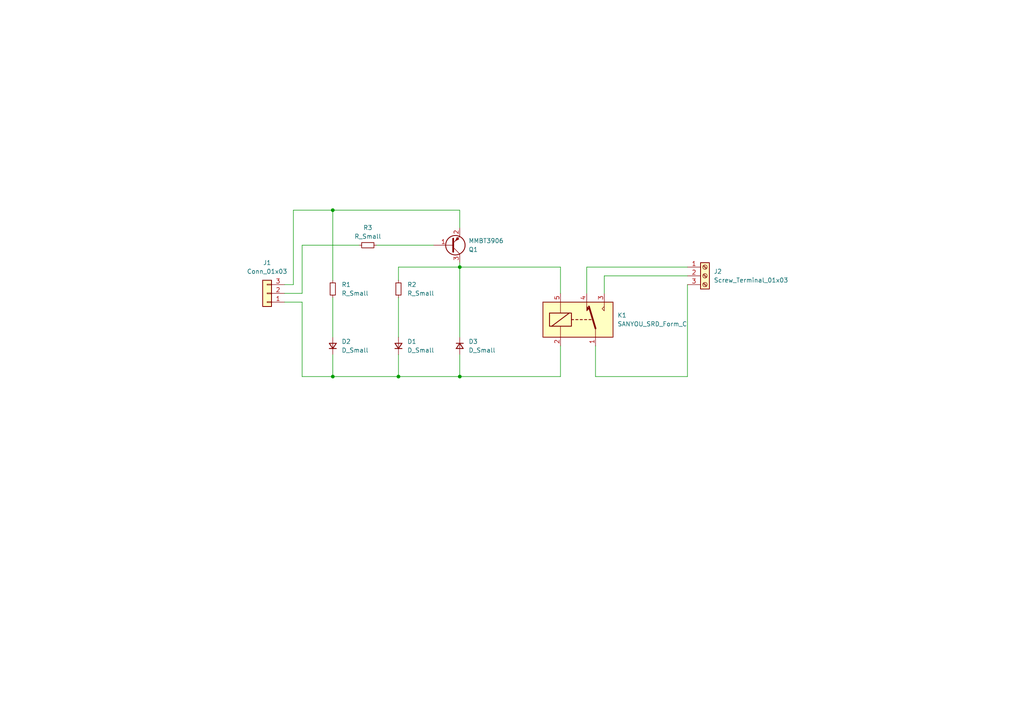
<source format=kicad_sch>
(kicad_sch
	(version 20231120)
	(generator "eeschema")
	(generator_version "8.0")
	(uuid "b707c836-9f69-43b8-948c-c793eb843a52")
	(paper "A4")
	(lib_symbols
		(symbol "Connector:Screw_Terminal_01x03"
			(pin_names
				(offset 1.016) hide)
			(exclude_from_sim no)
			(in_bom yes)
			(on_board yes)
			(property "Reference" "J"
				(at 0 5.08 0)
				(effects
					(font
						(size 1.27 1.27)
					)
				)
			)
			(property "Value" "Screw_Terminal_01x03"
				(at 0 -5.08 0)
				(effects
					(font
						(size 1.27 1.27)
					)
				)
			)
			(property "Footprint" ""
				(at 0 0 0)
				(effects
					(font
						(size 1.27 1.27)
					)
					(hide yes)
				)
			)
			(property "Datasheet" "~"
				(at 0 0 0)
				(effects
					(font
						(size 1.27 1.27)
					)
					(hide yes)
				)
			)
			(property "Description" "Generic screw terminal, single row, 01x03, script generated (kicad-library-utils/schlib/autogen/connector/)"
				(at 0 0 0)
				(effects
					(font
						(size 1.27 1.27)
					)
					(hide yes)
				)
			)
			(property "ki_keywords" "screw terminal"
				(at 0 0 0)
				(effects
					(font
						(size 1.27 1.27)
					)
					(hide yes)
				)
			)
			(property "ki_fp_filters" "TerminalBlock*:*"
				(at 0 0 0)
				(effects
					(font
						(size 1.27 1.27)
					)
					(hide yes)
				)
			)
			(symbol "Screw_Terminal_01x03_1_1"
				(rectangle
					(start -1.27 3.81)
					(end 1.27 -3.81)
					(stroke
						(width 0.254)
						(type default)
					)
					(fill
						(type background)
					)
				)
				(circle
					(center 0 -2.54)
					(radius 0.635)
					(stroke
						(width 0.1524)
						(type default)
					)
					(fill
						(type none)
					)
				)
				(polyline
					(pts
						(xy -0.5334 -2.2098) (xy 0.3302 -3.048)
					)
					(stroke
						(width 0.1524)
						(type default)
					)
					(fill
						(type none)
					)
				)
				(polyline
					(pts
						(xy -0.5334 0.3302) (xy 0.3302 -0.508)
					)
					(stroke
						(width 0.1524)
						(type default)
					)
					(fill
						(type none)
					)
				)
				(polyline
					(pts
						(xy -0.5334 2.8702) (xy 0.3302 2.032)
					)
					(stroke
						(width 0.1524)
						(type default)
					)
					(fill
						(type none)
					)
				)
				(polyline
					(pts
						(xy -0.3556 -2.032) (xy 0.508 -2.8702)
					)
					(stroke
						(width 0.1524)
						(type default)
					)
					(fill
						(type none)
					)
				)
				(polyline
					(pts
						(xy -0.3556 0.508) (xy 0.508 -0.3302)
					)
					(stroke
						(width 0.1524)
						(type default)
					)
					(fill
						(type none)
					)
				)
				(polyline
					(pts
						(xy -0.3556 3.048) (xy 0.508 2.2098)
					)
					(stroke
						(width 0.1524)
						(type default)
					)
					(fill
						(type none)
					)
				)
				(circle
					(center 0 0)
					(radius 0.635)
					(stroke
						(width 0.1524)
						(type default)
					)
					(fill
						(type none)
					)
				)
				(circle
					(center 0 2.54)
					(radius 0.635)
					(stroke
						(width 0.1524)
						(type default)
					)
					(fill
						(type none)
					)
				)
				(pin passive line
					(at -5.08 2.54 0)
					(length 3.81)
					(name "Pin_1"
						(effects
							(font
								(size 1.27 1.27)
							)
						)
					)
					(number "1"
						(effects
							(font
								(size 1.27 1.27)
							)
						)
					)
				)
				(pin passive line
					(at -5.08 0 0)
					(length 3.81)
					(name "Pin_2"
						(effects
							(font
								(size 1.27 1.27)
							)
						)
					)
					(number "2"
						(effects
							(font
								(size 1.27 1.27)
							)
						)
					)
				)
				(pin passive line
					(at -5.08 -2.54 0)
					(length 3.81)
					(name "Pin_3"
						(effects
							(font
								(size 1.27 1.27)
							)
						)
					)
					(number "3"
						(effects
							(font
								(size 1.27 1.27)
							)
						)
					)
				)
			)
		)
		(symbol "Connector_Generic:Conn_01x03"
			(pin_names
				(offset 1.016) hide)
			(exclude_from_sim no)
			(in_bom yes)
			(on_board yes)
			(property "Reference" "J"
				(at 0 5.08 0)
				(effects
					(font
						(size 1.27 1.27)
					)
				)
			)
			(property "Value" "Conn_01x03"
				(at 0 -5.08 0)
				(effects
					(font
						(size 1.27 1.27)
					)
				)
			)
			(property "Footprint" ""
				(at 0 0 0)
				(effects
					(font
						(size 1.27 1.27)
					)
					(hide yes)
				)
			)
			(property "Datasheet" "~"
				(at 0 0 0)
				(effects
					(font
						(size 1.27 1.27)
					)
					(hide yes)
				)
			)
			(property "Description" "Generic connector, single row, 01x03, script generated (kicad-library-utils/schlib/autogen/connector/)"
				(at 0 0 0)
				(effects
					(font
						(size 1.27 1.27)
					)
					(hide yes)
				)
			)
			(property "ki_keywords" "connector"
				(at 0 0 0)
				(effects
					(font
						(size 1.27 1.27)
					)
					(hide yes)
				)
			)
			(property "ki_fp_filters" "Connector*:*_1x??_*"
				(at 0 0 0)
				(effects
					(font
						(size 1.27 1.27)
					)
					(hide yes)
				)
			)
			(symbol "Conn_01x03_1_1"
				(rectangle
					(start -1.27 -2.413)
					(end 0 -2.667)
					(stroke
						(width 0.1524)
						(type default)
					)
					(fill
						(type none)
					)
				)
				(rectangle
					(start -1.27 0.127)
					(end 0 -0.127)
					(stroke
						(width 0.1524)
						(type default)
					)
					(fill
						(type none)
					)
				)
				(rectangle
					(start -1.27 2.667)
					(end 0 2.413)
					(stroke
						(width 0.1524)
						(type default)
					)
					(fill
						(type none)
					)
				)
				(rectangle
					(start -1.27 3.81)
					(end 1.27 -3.81)
					(stroke
						(width 0.254)
						(type default)
					)
					(fill
						(type background)
					)
				)
				(pin passive line
					(at -5.08 2.54 0)
					(length 3.81)
					(name "Pin_1"
						(effects
							(font
								(size 1.27 1.27)
							)
						)
					)
					(number "1"
						(effects
							(font
								(size 1.27 1.27)
							)
						)
					)
				)
				(pin passive line
					(at -5.08 0 0)
					(length 3.81)
					(name "Pin_2"
						(effects
							(font
								(size 1.27 1.27)
							)
						)
					)
					(number "2"
						(effects
							(font
								(size 1.27 1.27)
							)
						)
					)
				)
				(pin passive line
					(at -5.08 -2.54 0)
					(length 3.81)
					(name "Pin_3"
						(effects
							(font
								(size 1.27 1.27)
							)
						)
					)
					(number "3"
						(effects
							(font
								(size 1.27 1.27)
							)
						)
					)
				)
			)
		)
		(symbol "Device:D_Small"
			(pin_numbers hide)
			(pin_names
				(offset 0.254) hide)
			(exclude_from_sim no)
			(in_bom yes)
			(on_board yes)
			(property "Reference" "D"
				(at -1.27 2.032 0)
				(effects
					(font
						(size 1.27 1.27)
					)
					(justify left)
				)
			)
			(property "Value" "D_Small"
				(at -3.81 -2.032 0)
				(effects
					(font
						(size 1.27 1.27)
					)
					(justify left)
				)
			)
			(property "Footprint" ""
				(at 0 0 90)
				(effects
					(font
						(size 1.27 1.27)
					)
					(hide yes)
				)
			)
			(property "Datasheet" "~"
				(at 0 0 90)
				(effects
					(font
						(size 1.27 1.27)
					)
					(hide yes)
				)
			)
			(property "Description" "Diode, small symbol"
				(at 0 0 0)
				(effects
					(font
						(size 1.27 1.27)
					)
					(hide yes)
				)
			)
			(property "Sim.Device" "D"
				(at 0 0 0)
				(effects
					(font
						(size 1.27 1.27)
					)
					(hide yes)
				)
			)
			(property "Sim.Pins" "1=K 2=A"
				(at 0 0 0)
				(effects
					(font
						(size 1.27 1.27)
					)
					(hide yes)
				)
			)
			(property "ki_keywords" "diode"
				(at 0 0 0)
				(effects
					(font
						(size 1.27 1.27)
					)
					(hide yes)
				)
			)
			(property "ki_fp_filters" "TO-???* *_Diode_* *SingleDiode* D_*"
				(at 0 0 0)
				(effects
					(font
						(size 1.27 1.27)
					)
					(hide yes)
				)
			)
			(symbol "D_Small_0_1"
				(polyline
					(pts
						(xy -0.762 -1.016) (xy -0.762 1.016)
					)
					(stroke
						(width 0.254)
						(type default)
					)
					(fill
						(type none)
					)
				)
				(polyline
					(pts
						(xy -0.762 0) (xy 0.762 0)
					)
					(stroke
						(width 0)
						(type default)
					)
					(fill
						(type none)
					)
				)
				(polyline
					(pts
						(xy 0.762 -1.016) (xy -0.762 0) (xy 0.762 1.016) (xy 0.762 -1.016)
					)
					(stroke
						(width 0.254)
						(type default)
					)
					(fill
						(type none)
					)
				)
			)
			(symbol "D_Small_1_1"
				(pin passive line
					(at -2.54 0 0)
					(length 1.778)
					(name "K"
						(effects
							(font
								(size 1.27 1.27)
							)
						)
					)
					(number "1"
						(effects
							(font
								(size 1.27 1.27)
							)
						)
					)
				)
				(pin passive line
					(at 2.54 0 180)
					(length 1.778)
					(name "A"
						(effects
							(font
								(size 1.27 1.27)
							)
						)
					)
					(number "2"
						(effects
							(font
								(size 1.27 1.27)
							)
						)
					)
				)
			)
		)
		(symbol "Device:R_Small"
			(pin_numbers hide)
			(pin_names
				(offset 0.254) hide)
			(exclude_from_sim no)
			(in_bom yes)
			(on_board yes)
			(property "Reference" "R"
				(at 0.762 0.508 0)
				(effects
					(font
						(size 1.27 1.27)
					)
					(justify left)
				)
			)
			(property "Value" "R_Small"
				(at 0.762 -1.016 0)
				(effects
					(font
						(size 1.27 1.27)
					)
					(justify left)
				)
			)
			(property "Footprint" ""
				(at 0 0 0)
				(effects
					(font
						(size 1.27 1.27)
					)
					(hide yes)
				)
			)
			(property "Datasheet" "~"
				(at 0 0 0)
				(effects
					(font
						(size 1.27 1.27)
					)
					(hide yes)
				)
			)
			(property "Description" "Resistor, small symbol"
				(at 0 0 0)
				(effects
					(font
						(size 1.27 1.27)
					)
					(hide yes)
				)
			)
			(property "ki_keywords" "R resistor"
				(at 0 0 0)
				(effects
					(font
						(size 1.27 1.27)
					)
					(hide yes)
				)
			)
			(property "ki_fp_filters" "R_*"
				(at 0 0 0)
				(effects
					(font
						(size 1.27 1.27)
					)
					(hide yes)
				)
			)
			(symbol "R_Small_0_1"
				(rectangle
					(start -0.762 1.778)
					(end 0.762 -1.778)
					(stroke
						(width 0.2032)
						(type default)
					)
					(fill
						(type none)
					)
				)
			)
			(symbol "R_Small_1_1"
				(pin passive line
					(at 0 2.54 270)
					(length 0.762)
					(name "~"
						(effects
							(font
								(size 1.27 1.27)
							)
						)
					)
					(number "1"
						(effects
							(font
								(size 1.27 1.27)
							)
						)
					)
				)
				(pin passive line
					(at 0 -2.54 90)
					(length 0.762)
					(name "~"
						(effects
							(font
								(size 1.27 1.27)
							)
						)
					)
					(number "2"
						(effects
							(font
								(size 1.27 1.27)
							)
						)
					)
				)
			)
		)
		(symbol "Relay:SANYOU_SRD_Form_C"
			(exclude_from_sim no)
			(in_bom yes)
			(on_board yes)
			(property "Reference" "K"
				(at 11.43 3.81 0)
				(effects
					(font
						(size 1.27 1.27)
					)
					(justify left)
				)
			)
			(property "Value" "SANYOU_SRD_Form_C"
				(at 11.43 1.27 0)
				(effects
					(font
						(size 1.27 1.27)
					)
					(justify left)
				)
			)
			(property "Footprint" "Relay_THT:Relay_SPDT_SANYOU_SRD_Series_Form_C"
				(at 11.43 -1.27 0)
				(effects
					(font
						(size 1.27 1.27)
					)
					(justify left)
					(hide yes)
				)
			)
			(property "Datasheet" "http://www.sanyourelay.ca/public/products/pdf/SRD.pdf"
				(at 0 0 0)
				(effects
					(font
						(size 1.27 1.27)
					)
					(hide yes)
				)
			)
			(property "Description" "Sanyo SRD relay, Single Pole Miniature Power Relay,"
				(at 0 0 0)
				(effects
					(font
						(size 1.27 1.27)
					)
					(hide yes)
				)
			)
			(property "ki_keywords" "Single Pole Relay SPDT"
				(at 0 0 0)
				(effects
					(font
						(size 1.27 1.27)
					)
					(hide yes)
				)
			)
			(property "ki_fp_filters" "Relay*SPDT*SANYOU*SRD*Series*Form*C*"
				(at 0 0 0)
				(effects
					(font
						(size 1.27 1.27)
					)
					(hide yes)
				)
			)
			(symbol "SANYOU_SRD_Form_C_0_0"
				(polyline
					(pts
						(xy 7.62 5.08) (xy 7.62 2.54) (xy 6.985 3.175) (xy 7.62 3.81)
					)
					(stroke
						(width 0)
						(type default)
					)
					(fill
						(type none)
					)
				)
			)
			(symbol "SANYOU_SRD_Form_C_0_1"
				(rectangle
					(start -10.16 5.08)
					(end 10.16 -5.08)
					(stroke
						(width 0.254)
						(type default)
					)
					(fill
						(type background)
					)
				)
				(rectangle
					(start -8.255 1.905)
					(end -1.905 -1.905)
					(stroke
						(width 0.254)
						(type default)
					)
					(fill
						(type none)
					)
				)
				(polyline
					(pts
						(xy -7.62 -1.905) (xy -2.54 1.905)
					)
					(stroke
						(width 0.254)
						(type default)
					)
					(fill
						(type none)
					)
				)
				(polyline
					(pts
						(xy -5.08 -5.08) (xy -5.08 -1.905)
					)
					(stroke
						(width 0)
						(type default)
					)
					(fill
						(type none)
					)
				)
				(polyline
					(pts
						(xy -5.08 5.08) (xy -5.08 1.905)
					)
					(stroke
						(width 0)
						(type default)
					)
					(fill
						(type none)
					)
				)
				(polyline
					(pts
						(xy -1.905 0) (xy -1.27 0)
					)
					(stroke
						(width 0.254)
						(type default)
					)
					(fill
						(type none)
					)
				)
				(polyline
					(pts
						(xy -0.635 0) (xy 0 0)
					)
					(stroke
						(width 0.254)
						(type default)
					)
					(fill
						(type none)
					)
				)
				(polyline
					(pts
						(xy 0.635 0) (xy 1.27 0)
					)
					(stroke
						(width 0.254)
						(type default)
					)
					(fill
						(type none)
					)
				)
				(polyline
					(pts
						(xy 1.905 0) (xy 2.54 0)
					)
					(stroke
						(width 0.254)
						(type default)
					)
					(fill
						(type none)
					)
				)
				(polyline
					(pts
						(xy 3.175 0) (xy 3.81 0)
					)
					(stroke
						(width 0.254)
						(type default)
					)
					(fill
						(type none)
					)
				)
				(polyline
					(pts
						(xy 5.08 -2.54) (xy 3.175 3.81)
					)
					(stroke
						(width 0.508)
						(type default)
					)
					(fill
						(type none)
					)
				)
				(polyline
					(pts
						(xy 5.08 -2.54) (xy 5.08 -5.08)
					)
					(stroke
						(width 0)
						(type default)
					)
					(fill
						(type none)
					)
				)
			)
			(symbol "SANYOU_SRD_Form_C_1_1"
				(polyline
					(pts
						(xy 2.54 3.81) (xy 3.175 3.175) (xy 2.54 2.54) (xy 2.54 5.08)
					)
					(stroke
						(width 0)
						(type default)
					)
					(fill
						(type outline)
					)
				)
				(pin passive line
					(at 5.08 -7.62 90)
					(length 2.54)
					(name "~"
						(effects
							(font
								(size 1.27 1.27)
							)
						)
					)
					(number "1"
						(effects
							(font
								(size 1.27 1.27)
							)
						)
					)
				)
				(pin passive line
					(at -5.08 -7.62 90)
					(length 2.54)
					(name "~"
						(effects
							(font
								(size 1.27 1.27)
							)
						)
					)
					(number "2"
						(effects
							(font
								(size 1.27 1.27)
							)
						)
					)
				)
				(pin passive line
					(at 7.62 7.62 270)
					(length 2.54)
					(name "~"
						(effects
							(font
								(size 1.27 1.27)
							)
						)
					)
					(number "3"
						(effects
							(font
								(size 1.27 1.27)
							)
						)
					)
				)
				(pin passive line
					(at 2.54 7.62 270)
					(length 2.54)
					(name "~"
						(effects
							(font
								(size 1.27 1.27)
							)
						)
					)
					(number "4"
						(effects
							(font
								(size 1.27 1.27)
							)
						)
					)
				)
				(pin passive line
					(at -5.08 7.62 270)
					(length 2.54)
					(name "~"
						(effects
							(font
								(size 1.27 1.27)
							)
						)
					)
					(number "5"
						(effects
							(font
								(size 1.27 1.27)
							)
						)
					)
				)
			)
		)
		(symbol "Transistor_BJT:MMBT3906"
			(pin_names
				(offset 0) hide)
			(exclude_from_sim no)
			(in_bom yes)
			(on_board yes)
			(property "Reference" "Q"
				(at 5.08 1.905 0)
				(effects
					(font
						(size 1.27 1.27)
					)
					(justify left)
				)
			)
			(property "Value" "MMBT3906"
				(at 5.08 0 0)
				(effects
					(font
						(size 1.27 1.27)
					)
					(justify left)
				)
			)
			(property "Footprint" "Package_TO_SOT_SMD:SOT-23"
				(at 5.08 -1.905 0)
				(effects
					(font
						(size 1.27 1.27)
						(italic yes)
					)
					(justify left)
					(hide yes)
				)
			)
			(property "Datasheet" "https://www.onsemi.com/pdf/datasheet/pzt3906-d.pdf"
				(at 0 0 0)
				(effects
					(font
						(size 1.27 1.27)
					)
					(justify left)
					(hide yes)
				)
			)
			(property "Description" "-0.2A Ic, -40V Vce, Small Signal PNP Transistor, SOT-23"
				(at 0 0 0)
				(effects
					(font
						(size 1.27 1.27)
					)
					(hide yes)
				)
			)
			(property "ki_keywords" "PNP Transistor"
				(at 0 0 0)
				(effects
					(font
						(size 1.27 1.27)
					)
					(hide yes)
				)
			)
			(property "ki_fp_filters" "SOT?23*"
				(at 0 0 0)
				(effects
					(font
						(size 1.27 1.27)
					)
					(hide yes)
				)
			)
			(symbol "MMBT3906_0_1"
				(polyline
					(pts
						(xy 0.635 0.635) (xy 2.54 2.54)
					)
					(stroke
						(width 0)
						(type default)
					)
					(fill
						(type none)
					)
				)
				(polyline
					(pts
						(xy 0.635 -0.635) (xy 2.54 -2.54) (xy 2.54 -2.54)
					)
					(stroke
						(width 0)
						(type default)
					)
					(fill
						(type none)
					)
				)
				(polyline
					(pts
						(xy 0.635 1.905) (xy 0.635 -1.905) (xy 0.635 -1.905)
					)
					(stroke
						(width 0.508)
						(type default)
					)
					(fill
						(type none)
					)
				)
				(polyline
					(pts
						(xy 2.286 -1.778) (xy 1.778 -2.286) (xy 1.27 -1.27) (xy 2.286 -1.778) (xy 2.286 -1.778)
					)
					(stroke
						(width 0)
						(type default)
					)
					(fill
						(type outline)
					)
				)
				(circle
					(center 1.27 0)
					(radius 2.8194)
					(stroke
						(width 0.254)
						(type default)
					)
					(fill
						(type none)
					)
				)
			)
			(symbol "MMBT3906_1_1"
				(pin input line
					(at -5.08 0 0)
					(length 5.715)
					(name "B"
						(effects
							(font
								(size 1.27 1.27)
							)
						)
					)
					(number "1"
						(effects
							(font
								(size 1.27 1.27)
							)
						)
					)
				)
				(pin passive line
					(at 2.54 -5.08 90)
					(length 2.54)
					(name "E"
						(effects
							(font
								(size 1.27 1.27)
							)
						)
					)
					(number "2"
						(effects
							(font
								(size 1.27 1.27)
							)
						)
					)
				)
				(pin passive line
					(at 2.54 5.08 270)
					(length 2.54)
					(name "C"
						(effects
							(font
								(size 1.27 1.27)
							)
						)
					)
					(number "3"
						(effects
							(font
								(size 1.27 1.27)
							)
						)
					)
				)
			)
		)
	)
	(junction
		(at 133.35 109.22)
		(diameter 0)
		(color 0 0 0 0)
		(uuid "1110aa51-4a72-458c-b484-0c99afc90830")
	)
	(junction
		(at 96.52 109.22)
		(diameter 0)
		(color 0 0 0 0)
		(uuid "5cf08703-5b50-4808-88d6-0eb6d05c9896")
	)
	(junction
		(at 115.57 109.22)
		(diameter 0)
		(color 0 0 0 0)
		(uuid "7f7c8805-ed90-4532-ad81-fb892eeb3d57")
	)
	(junction
		(at 96.52 60.96)
		(diameter 0)
		(color 0 0 0 0)
		(uuid "81fb59c9-f5be-4a99-9bb0-03b30dde1f69")
	)
	(junction
		(at 133.35 77.47)
		(diameter 0)
		(color 0 0 0 0)
		(uuid "eb21ae58-de5f-496c-8114-43780f162a84")
	)
	(wire
		(pts
			(xy 133.35 60.96) (xy 96.52 60.96)
		)
		(stroke
			(width 0)
			(type default)
		)
		(uuid "12e695a6-435b-4ff0-8d28-b3168c7583c9")
	)
	(wire
		(pts
			(xy 82.55 87.63) (xy 87.63 87.63)
		)
		(stroke
			(width 0)
			(type default)
		)
		(uuid "17941e5e-27dc-4d48-be45-1401bee32c5f")
	)
	(wire
		(pts
			(xy 115.57 102.87) (xy 115.57 109.22)
		)
		(stroke
			(width 0)
			(type default)
		)
		(uuid "1e9e9db5-4d44-46e6-83e3-ce8f4fc1081c")
	)
	(wire
		(pts
			(xy 87.63 109.22) (xy 96.52 109.22)
		)
		(stroke
			(width 0)
			(type default)
		)
		(uuid "2fe4b4ee-dfe6-43fa-b22f-adc78f9a2ba1")
	)
	(wire
		(pts
			(xy 109.22 71.12) (xy 125.73 71.12)
		)
		(stroke
			(width 0)
			(type default)
		)
		(uuid "33112bd5-6937-4da8-aa65-a2eb01c2c569")
	)
	(wire
		(pts
			(xy 170.18 77.47) (xy 199.39 77.47)
		)
		(stroke
			(width 0)
			(type default)
		)
		(uuid "3cebe26b-91d4-4846-8e63-19451c89be74")
	)
	(wire
		(pts
			(xy 87.63 87.63) (xy 87.63 109.22)
		)
		(stroke
			(width 0)
			(type default)
		)
		(uuid "40ad536d-4338-4e61-b46a-c99bd5c5c14d")
	)
	(wire
		(pts
			(xy 133.35 76.2) (xy 133.35 77.47)
		)
		(stroke
			(width 0)
			(type default)
		)
		(uuid "4abd856d-e1ac-4c5a-96df-672ad60c7390")
	)
	(wire
		(pts
			(xy 96.52 60.96) (xy 85.09 60.96)
		)
		(stroke
			(width 0)
			(type default)
		)
		(uuid "56793124-6937-42ef-a464-78134b749abd")
	)
	(wire
		(pts
			(xy 87.63 71.12) (xy 87.63 85.09)
		)
		(stroke
			(width 0)
			(type default)
		)
		(uuid "587eae11-755d-447c-b6df-8197ad02646e")
	)
	(wire
		(pts
			(xy 175.26 80.01) (xy 199.39 80.01)
		)
		(stroke
			(width 0)
			(type default)
		)
		(uuid "5af84ce6-5f25-4711-934c-8687c8b7445f")
	)
	(wire
		(pts
			(xy 199.39 109.22) (xy 199.39 82.55)
		)
		(stroke
			(width 0)
			(type default)
		)
		(uuid "5ee87964-bf96-4f26-95ab-60481fd6ee9e")
	)
	(wire
		(pts
			(xy 115.57 77.47) (xy 133.35 77.47)
		)
		(stroke
			(width 0)
			(type default)
		)
		(uuid "6109984b-6836-4afe-9565-352bba6e5e87")
	)
	(wire
		(pts
			(xy 133.35 66.04) (xy 133.35 60.96)
		)
		(stroke
			(width 0)
			(type default)
		)
		(uuid "6e11940f-f781-473c-acf2-df2a56d6e507")
	)
	(wire
		(pts
			(xy 172.72 109.22) (xy 199.39 109.22)
		)
		(stroke
			(width 0)
			(type default)
		)
		(uuid "7281c48c-2c29-4afd-b044-53e3defe8f1e")
	)
	(wire
		(pts
			(xy 175.26 85.09) (xy 175.26 80.01)
		)
		(stroke
			(width 0)
			(type default)
		)
		(uuid "7479af5b-f39c-4106-892c-7229e7486a39")
	)
	(wire
		(pts
			(xy 115.57 81.28) (xy 115.57 77.47)
		)
		(stroke
			(width 0)
			(type default)
		)
		(uuid "78b1ea02-9e20-477e-85ef-930c9ae3a7d8")
	)
	(wire
		(pts
			(xy 162.56 77.47) (xy 162.56 85.09)
		)
		(stroke
			(width 0)
			(type default)
		)
		(uuid "8c534fb7-9dfe-4df6-bae4-48c4b24690e9")
	)
	(wire
		(pts
			(xy 87.63 85.09) (xy 82.55 85.09)
		)
		(stroke
			(width 0)
			(type default)
		)
		(uuid "9baf5304-f8fd-4bdf-9f33-06137e338932")
	)
	(wire
		(pts
			(xy 85.09 60.96) (xy 85.09 82.55)
		)
		(stroke
			(width 0)
			(type default)
		)
		(uuid "9f4bcad6-6b63-4f7a-9798-81f13b09a969")
	)
	(wire
		(pts
			(xy 133.35 109.22) (xy 162.56 109.22)
		)
		(stroke
			(width 0)
			(type default)
		)
		(uuid "a02360b7-a414-48c6-8d3f-a4f9d7af46bc")
	)
	(wire
		(pts
			(xy 96.52 102.87) (xy 96.52 109.22)
		)
		(stroke
			(width 0)
			(type default)
		)
		(uuid "aac3aeef-8f1b-4a31-8b58-c414ac561e62")
	)
	(wire
		(pts
			(xy 85.09 82.55) (xy 82.55 82.55)
		)
		(stroke
			(width 0)
			(type default)
		)
		(uuid "ad2f2431-a773-4a54-b0d6-7c0451f1a263")
	)
	(wire
		(pts
			(xy 96.52 86.36) (xy 96.52 97.79)
		)
		(stroke
			(width 0)
			(type default)
		)
		(uuid "b1546d82-85b1-4025-acf9-760bc3e20bb3")
	)
	(wire
		(pts
			(xy 133.35 102.87) (xy 133.35 109.22)
		)
		(stroke
			(width 0)
			(type default)
		)
		(uuid "bb98298d-35e3-433c-b68a-cc2b1ae1d14f")
	)
	(wire
		(pts
			(xy 172.72 100.33) (xy 172.72 109.22)
		)
		(stroke
			(width 0)
			(type default)
		)
		(uuid "bdeaff7f-6d8a-415e-b985-92cac941efe7")
	)
	(wire
		(pts
			(xy 133.35 77.47) (xy 162.56 77.47)
		)
		(stroke
			(width 0)
			(type default)
		)
		(uuid "cc7477fd-511c-402e-9a26-02b6e0b369d2")
	)
	(wire
		(pts
			(xy 104.14 71.12) (xy 87.63 71.12)
		)
		(stroke
			(width 0)
			(type default)
		)
		(uuid "e108bd17-66eb-4917-81f8-4bacf06d8b1e")
	)
	(wire
		(pts
			(xy 96.52 60.96) (xy 96.52 81.28)
		)
		(stroke
			(width 0)
			(type default)
		)
		(uuid "e1436cf7-0298-487b-a2a2-2241003f2131")
	)
	(wire
		(pts
			(xy 162.56 109.22) (xy 162.56 100.33)
		)
		(stroke
			(width 0)
			(type default)
		)
		(uuid "e513147f-25be-44b9-bc60-1c9d235c4a74")
	)
	(wire
		(pts
			(xy 96.52 109.22) (xy 115.57 109.22)
		)
		(stroke
			(width 0)
			(type default)
		)
		(uuid "e683a113-9143-4790-8f8e-f7ce93f9b25b")
	)
	(wire
		(pts
			(xy 133.35 77.47) (xy 133.35 97.79)
		)
		(stroke
			(width 0)
			(type default)
		)
		(uuid "ecd5cd4e-8af3-419c-9e70-7dd98bd836df")
	)
	(wire
		(pts
			(xy 115.57 86.36) (xy 115.57 97.79)
		)
		(stroke
			(width 0)
			(type default)
		)
		(uuid "ef3f4673-8d7e-4cd6-83eb-5b571adc1b70")
	)
	(wire
		(pts
			(xy 115.57 109.22) (xy 133.35 109.22)
		)
		(stroke
			(width 0)
			(type default)
		)
		(uuid "f3f9d6d8-5fd0-4b67-a475-e58e821466b7")
	)
	(wire
		(pts
			(xy 170.18 85.09) (xy 170.18 77.47)
		)
		(stroke
			(width 0)
			(type default)
		)
		(uuid "f8d07b2d-8854-40ec-85c4-b4e1f66c4ae9")
	)
	(symbol
		(lib_id "Device:D_Small")
		(at 115.57 100.33 90)
		(unit 1)
		(exclude_from_sim no)
		(in_bom yes)
		(on_board yes)
		(dnp no)
		(fields_autoplaced yes)
		(uuid "0975aba8-5a11-4e39-881c-28beaae6a4cf")
		(property "Reference" "D1"
			(at 118.11 99.0599 90)
			(effects
				(font
					(size 1.27 1.27)
				)
				(justify right)
			)
		)
		(property "Value" "D_Small"
			(at 118.11 101.5999 90)
			(effects
				(font
					(size 1.27 1.27)
				)
				(justify right)
			)
		)
		(property "Footprint" ""
			(at 115.57 100.33 90)
			(effects
				(font
					(size 1.27 1.27)
				)
				(hide yes)
			)
		)
		(property "Datasheet" "~"
			(at 115.57 100.33 90)
			(effects
				(font
					(size 1.27 1.27)
				)
				(hide yes)
			)
		)
		(property "Description" "Diode, small symbol"
			(at 115.57 100.33 0)
			(effects
				(font
					(size 1.27 1.27)
				)
				(hide yes)
			)
		)
		(property "Sim.Device" "D"
			(at 115.57 100.33 0)
			(effects
				(font
					(size 1.27 1.27)
				)
				(hide yes)
			)
		)
		(property "Sim.Pins" "1=K 2=A"
			(at 115.57 100.33 0)
			(effects
				(font
					(size 1.27 1.27)
				)
				(hide yes)
			)
		)
		(pin "1"
			(uuid "4a978954-b1ec-48e5-93f8-83ac8cd894b8")
		)
		(pin "2"
			(uuid "17268c22-0147-439c-9507-0d9d081c440f")
		)
		(instances
			(project "relay_module"
				(path "/b707c836-9f69-43b8-948c-c793eb843a52"
					(reference "D1")
					(unit 1)
				)
			)
		)
	)
	(symbol
		(lib_id "Device:R_Small")
		(at 96.52 83.82 0)
		(unit 1)
		(exclude_from_sim no)
		(in_bom yes)
		(on_board yes)
		(dnp no)
		(fields_autoplaced yes)
		(uuid "29c8ffa3-1f88-4724-9e59-1871671bb31b")
		(property "Reference" "R1"
			(at 99.06 82.5499 0)
			(effects
				(font
					(size 1.27 1.27)
				)
				(justify left)
			)
		)
		(property "Value" "R_Small"
			(at 99.06 85.0899 0)
			(effects
				(font
					(size 1.27 1.27)
				)
				(justify left)
			)
		)
		(property "Footprint" ""
			(at 96.52 83.82 0)
			(effects
				(font
					(size 1.27 1.27)
				)
				(hide yes)
			)
		)
		(property "Datasheet" "~"
			(at 96.52 83.82 0)
			(effects
				(font
					(size 1.27 1.27)
				)
				(hide yes)
			)
		)
		(property "Description" "Resistor, small symbol"
			(at 96.52 83.82 0)
			(effects
				(font
					(size 1.27 1.27)
				)
				(hide yes)
			)
		)
		(pin "2"
			(uuid "4600c7f2-6811-433d-aecc-39a701c40c31")
		)
		(pin "1"
			(uuid "914bd6d3-01c4-4217-bd6a-5bd5afd1e35d")
		)
		(instances
			(project "relay_module"
				(path "/b707c836-9f69-43b8-948c-c793eb843a52"
					(reference "R1")
					(unit 1)
				)
			)
		)
	)
	(symbol
		(lib_id "Connector:Screw_Terminal_01x03")
		(at 204.47 80.01 0)
		(unit 1)
		(exclude_from_sim no)
		(in_bom yes)
		(on_board yes)
		(dnp no)
		(fields_autoplaced yes)
		(uuid "2dc41a2b-762a-427d-b691-a21af30d2a15")
		(property "Reference" "J2"
			(at 207.01 78.7399 0)
			(effects
				(font
					(size 1.27 1.27)
				)
				(justify left)
			)
		)
		(property "Value" "Screw_Terminal_01x03"
			(at 207.01 81.2799 0)
			(effects
				(font
					(size 1.27 1.27)
				)
				(justify left)
			)
		)
		(property "Footprint" ""
			(at 204.47 80.01 0)
			(effects
				(font
					(size 1.27 1.27)
				)
				(hide yes)
			)
		)
		(property "Datasheet" "~"
			(at 204.47 80.01 0)
			(effects
				(font
					(size 1.27 1.27)
				)
				(hide yes)
			)
		)
		(property "Description" "Generic screw terminal, single row, 01x03, script generated (kicad-library-utils/schlib/autogen/connector/)"
			(at 204.47 80.01 0)
			(effects
				(font
					(size 1.27 1.27)
				)
				(hide yes)
			)
		)
		(pin "1"
			(uuid "adcb27aa-2185-4dbc-abcb-9e85fef75ebe")
		)
		(pin "2"
			(uuid "31f2e80c-63ba-4758-9d7f-453913c64729")
		)
		(pin "3"
			(uuid "eb8e8382-735c-429b-b4a2-37320103bbe2")
		)
		(instances
			(project "relay_module"
				(path "/b707c836-9f69-43b8-948c-c793eb843a52"
					(reference "J2")
					(unit 1)
				)
			)
		)
	)
	(symbol
		(lib_id "Device:D_Small")
		(at 133.35 100.33 270)
		(unit 1)
		(exclude_from_sim no)
		(in_bom yes)
		(on_board yes)
		(dnp no)
		(fields_autoplaced yes)
		(uuid "2dc9464d-e04d-4256-b822-abb6edb52d46")
		(property "Reference" "D3"
			(at 135.89 99.0599 90)
			(effects
				(font
					(size 1.27 1.27)
				)
				(justify left)
			)
		)
		(property "Value" "D_Small"
			(at 135.89 101.5999 90)
			(effects
				(font
					(size 1.27 1.27)
				)
				(justify left)
			)
		)
		(property "Footprint" ""
			(at 133.35 100.33 90)
			(effects
				(font
					(size 1.27 1.27)
				)
				(hide yes)
			)
		)
		(property "Datasheet" "~"
			(at 133.35 100.33 90)
			(effects
				(font
					(size 1.27 1.27)
				)
				(hide yes)
			)
		)
		(property "Description" "Diode, small symbol"
			(at 133.35 100.33 0)
			(effects
				(font
					(size 1.27 1.27)
				)
				(hide yes)
			)
		)
		(property "Sim.Device" "D"
			(at 133.35 100.33 0)
			(effects
				(font
					(size 1.27 1.27)
				)
				(hide yes)
			)
		)
		(property "Sim.Pins" "1=K 2=A"
			(at 133.35 100.33 0)
			(effects
				(font
					(size 1.27 1.27)
				)
				(hide yes)
			)
		)
		(pin "1"
			(uuid "b433a5a5-eed0-4ef5-a855-fbc1bc01ce9b")
		)
		(pin "2"
			(uuid "b12c0663-8117-43f4-a2c9-81aec5f089e1")
		)
		(instances
			(project "relay_module"
				(path "/b707c836-9f69-43b8-948c-c793eb843a52"
					(reference "D3")
					(unit 1)
				)
			)
		)
	)
	(symbol
		(lib_id "Device:R_Small")
		(at 115.57 83.82 0)
		(unit 1)
		(exclude_from_sim no)
		(in_bom yes)
		(on_board yes)
		(dnp no)
		(fields_autoplaced yes)
		(uuid "2df97d8f-8ba5-4c29-a815-db9324169e0b")
		(property "Reference" "R2"
			(at 118.11 82.5499 0)
			(effects
				(font
					(size 1.27 1.27)
				)
				(justify left)
			)
		)
		(property "Value" "R_Small"
			(at 118.11 85.0899 0)
			(effects
				(font
					(size 1.27 1.27)
				)
				(justify left)
			)
		)
		(property "Footprint" ""
			(at 115.57 83.82 0)
			(effects
				(font
					(size 1.27 1.27)
				)
				(hide yes)
			)
		)
		(property "Datasheet" "~"
			(at 115.57 83.82 0)
			(effects
				(font
					(size 1.27 1.27)
				)
				(hide yes)
			)
		)
		(property "Description" "Resistor, small symbol"
			(at 115.57 83.82 0)
			(effects
				(font
					(size 1.27 1.27)
				)
				(hide yes)
			)
		)
		(pin "2"
			(uuid "c5ee45f3-5b6f-4064-adc6-e8099195bc80")
		)
		(pin "1"
			(uuid "863db443-f8d3-463d-b0eb-02890037f631")
		)
		(instances
			(project "relay_module"
				(path "/b707c836-9f69-43b8-948c-c793eb843a52"
					(reference "R2")
					(unit 1)
				)
			)
		)
	)
	(symbol
		(lib_id "Device:R_Small")
		(at 106.68 71.12 270)
		(unit 1)
		(exclude_from_sim no)
		(in_bom yes)
		(on_board yes)
		(dnp no)
		(fields_autoplaced yes)
		(uuid "3133d3c5-413c-4063-a5b8-217e12125e10")
		(property "Reference" "R3"
			(at 106.68 66.04 90)
			(effects
				(font
					(size 1.27 1.27)
				)
			)
		)
		(property "Value" "R_Small"
			(at 106.68 68.58 90)
			(effects
				(font
					(size 1.27 1.27)
				)
			)
		)
		(property "Footprint" ""
			(at 106.68 71.12 0)
			(effects
				(font
					(size 1.27 1.27)
				)
				(hide yes)
			)
		)
		(property "Datasheet" "~"
			(at 106.68 71.12 0)
			(effects
				(font
					(size 1.27 1.27)
				)
				(hide yes)
			)
		)
		(property "Description" "Resistor, small symbol"
			(at 106.68 71.12 0)
			(effects
				(font
					(size 1.27 1.27)
				)
				(hide yes)
			)
		)
		(pin "2"
			(uuid "62014c92-f618-4991-9040-a0b147492683")
		)
		(pin "1"
			(uuid "5f747b60-c8ce-42f9-bd8d-176dea01906f")
		)
		(instances
			(project "relay_module"
				(path "/b707c836-9f69-43b8-948c-c793eb843a52"
					(reference "R3")
					(unit 1)
				)
			)
		)
	)
	(symbol
		(lib_id "Relay:SANYOU_SRD_Form_C")
		(at 167.64 92.71 0)
		(unit 1)
		(exclude_from_sim no)
		(in_bom yes)
		(on_board yes)
		(dnp no)
		(fields_autoplaced yes)
		(uuid "8de7a813-c245-4dd1-9a82-3ce81abe02ea")
		(property "Reference" "K1"
			(at 179.07 91.4399 0)
			(effects
				(font
					(size 1.27 1.27)
				)
				(justify left)
			)
		)
		(property "Value" "SANYOU_SRD_Form_C"
			(at 179.07 93.9799 0)
			(effects
				(font
					(size 1.27 1.27)
				)
				(justify left)
			)
		)
		(property "Footprint" "Relay_THT:Relay_SPDT_SANYOU_SRD_Series_Form_C"
			(at 179.07 93.98 0)
			(effects
				(font
					(size 1.27 1.27)
				)
				(justify left)
				(hide yes)
			)
		)
		(property "Datasheet" "http://www.sanyourelay.ca/public/products/pdf/SRD.pdf"
			(at 167.64 92.71 0)
			(effects
				(font
					(size 1.27 1.27)
				)
				(hide yes)
			)
		)
		(property "Description" "Sanyo SRD relay, Single Pole Miniature Power Relay,"
			(at 167.64 92.71 0)
			(effects
				(font
					(size 1.27 1.27)
				)
				(hide yes)
			)
		)
		(pin "1"
			(uuid "ac52c29b-d053-4c13-bd6a-88feb5f7deb3")
		)
		(pin "2"
			(uuid "e7eb4fe2-578d-4cdf-b97b-105d0f15e079")
		)
		(pin "4"
			(uuid "5fe9fb32-1851-413a-9743-3f5f11d83b0f")
		)
		(pin "5"
			(uuid "61e6bb42-a738-4498-b81a-516e60f21f85")
		)
		(pin "3"
			(uuid "d169096c-2533-4d40-8387-436bac0a73a0")
		)
		(instances
			(project "relay_module"
				(path "/b707c836-9f69-43b8-948c-c793eb843a52"
					(reference "K1")
					(unit 1)
				)
			)
		)
	)
	(symbol
		(lib_id "Device:D_Small")
		(at 96.52 100.33 90)
		(unit 1)
		(exclude_from_sim no)
		(in_bom yes)
		(on_board yes)
		(dnp no)
		(fields_autoplaced yes)
		(uuid "9afb4f19-62df-4716-a88d-c951bb18238b")
		(property "Reference" "D2"
			(at 99.06 99.0599 90)
			(effects
				(font
					(size 1.27 1.27)
				)
				(justify right)
			)
		)
		(property "Value" "D_Small"
			(at 99.06 101.5999 90)
			(effects
				(font
					(size 1.27 1.27)
				)
				(justify right)
			)
		)
		(property "Footprint" ""
			(at 96.52 100.33 90)
			(effects
				(font
					(size 1.27 1.27)
				)
				(hide yes)
			)
		)
		(property "Datasheet" "~"
			(at 96.52 100.33 90)
			(effects
				(font
					(size 1.27 1.27)
				)
				(hide yes)
			)
		)
		(property "Description" "Diode, small symbol"
			(at 96.52 100.33 0)
			(effects
				(font
					(size 1.27 1.27)
				)
				(hide yes)
			)
		)
		(property "Sim.Device" "D"
			(at 96.52 100.33 0)
			(effects
				(font
					(size 1.27 1.27)
				)
				(hide yes)
			)
		)
		(property "Sim.Pins" "1=K 2=A"
			(at 96.52 100.33 0)
			(effects
				(font
					(size 1.27 1.27)
				)
				(hide yes)
			)
		)
		(pin "1"
			(uuid "61c4f06c-06b0-4957-bec6-8643def42663")
		)
		(pin "2"
			(uuid "d7f8ae2e-72d7-47dc-afaa-03aa6c550537")
		)
		(instances
			(project "relay_module"
				(path "/b707c836-9f69-43b8-948c-c793eb843a52"
					(reference "D2")
					(unit 1)
				)
			)
		)
	)
	(symbol
		(lib_id "Transistor_BJT:MMBT3906")
		(at 130.81 71.12 0)
		(mirror x)
		(unit 1)
		(exclude_from_sim no)
		(in_bom yes)
		(on_board yes)
		(dnp no)
		(uuid "9bc0ec4d-8157-46a3-ae51-53e20468a62f")
		(property "Reference" "Q1"
			(at 135.89 72.3901 0)
			(effects
				(font
					(size 1.27 1.27)
				)
				(justify left)
			)
		)
		(property "Value" "MMBT3906"
			(at 135.89 69.8501 0)
			(effects
				(font
					(size 1.27 1.27)
				)
				(justify left)
			)
		)
		(property "Footprint" "Package_TO_SOT_SMD:SOT-23"
			(at 135.89 69.215 0)
			(effects
				(font
					(size 1.27 1.27)
					(italic yes)
				)
				(justify left)
				(hide yes)
			)
		)
		(property "Datasheet" "https://www.onsemi.com/pdf/datasheet/pzt3906-d.pdf"
			(at 130.81 71.12 0)
			(effects
				(font
					(size 1.27 1.27)
				)
				(justify left)
				(hide yes)
			)
		)
		(property "Description" "-0.2A Ic, -40V Vce, Small Signal PNP Transistor, SOT-23"
			(at 130.81 71.12 0)
			(effects
				(font
					(size 1.27 1.27)
				)
				(hide yes)
			)
		)
		(pin "1"
			(uuid "2a30eac8-180d-42ca-9a59-69c52a85ff68")
		)
		(pin "2"
			(uuid "9b9af824-0fc1-4d9f-975a-9055526f5d84")
		)
		(pin "3"
			(uuid "a9bebe95-5e8b-4aaf-82a6-abf1b5cb69b7")
		)
		(instances
			(project "relay_module"
				(path "/b707c836-9f69-43b8-948c-c793eb843a52"
					(reference "Q1")
					(unit 1)
				)
			)
		)
	)
	(symbol
		(lib_id "Connector_Generic:Conn_01x03")
		(at 77.47 85.09 180)
		(unit 1)
		(exclude_from_sim no)
		(in_bom yes)
		(on_board yes)
		(dnp no)
		(fields_autoplaced yes)
		(uuid "b262a057-9a89-4c1b-ad68-0de898055a7e")
		(property "Reference" "J1"
			(at 77.47 76.2 0)
			(effects
				(font
					(size 1.27 1.27)
				)
			)
		)
		(property "Value" "Conn_01x03"
			(at 77.47 78.74 0)
			(effects
				(font
					(size 1.27 1.27)
				)
			)
		)
		(property "Footprint" ""
			(at 77.47 85.09 0)
			(effects
				(font
					(size 1.27 1.27)
				)
				(hide yes)
			)
		)
		(property "Datasheet" "~"
			(at 77.47 85.09 0)
			(effects
				(font
					(size 1.27 1.27)
				)
				(hide yes)
			)
		)
		(property "Description" "Generic connector, single row, 01x03, script generated (kicad-library-utils/schlib/autogen/connector/)"
			(at 77.47 85.09 0)
			(effects
				(font
					(size 1.27 1.27)
				)
				(hide yes)
			)
		)
		(pin "3"
			(uuid "1a1bbf44-3b70-403d-b102-92e068563118")
		)
		(pin "2"
			(uuid "9cbb54e8-66f3-455a-a51d-ecbcbb7ad1bf")
		)
		(pin "1"
			(uuid "2306108d-9876-4fbc-aae0-d8ef431f2760")
		)
		(instances
			(project "relay_module"
				(path "/b707c836-9f69-43b8-948c-c793eb843a52"
					(reference "J1")
					(unit 1)
				)
			)
		)
	)
	(sheet_instances
		(path "/"
			(page "1")
		)
	)
)
</source>
